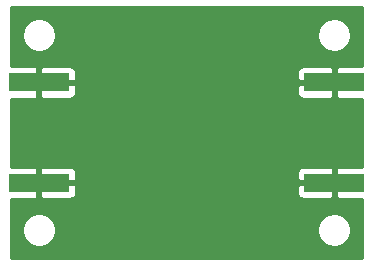
<source format=gbr>
G04 #@! TF.GenerationSoftware,KiCad,Pcbnew,(5.0.2)-1*
G04 #@! TF.CreationDate,2019-06-26T13:49:51+02:00*
G04 #@! TF.ProjectId,2.0,322e302e-6b69-4636-9164-5f7063625858,rev?*
G04 #@! TF.SameCoordinates,Original*
G04 #@! TF.FileFunction,Copper,L2,Bot*
G04 #@! TF.FilePolarity,Positive*
%FSLAX46Y46*%
G04 Gerber Fmt 4.6, Leading zero omitted, Abs format (unit mm)*
G04 Created by KiCad (PCBNEW (5.0.2)-1) date 06/26/19 13:49:51*
%MOMM*%
%LPD*%
G01*
G04 APERTURE LIST*
G04 #@! TA.AperFunction,SMDPad,CuDef*
%ADD10R,5.080000X1.500000*%
G04 #@! TD*
G04 #@! TA.AperFunction,ViaPad*
%ADD11C,0.800000*%
G04 #@! TD*
G04 #@! TA.AperFunction,Conductor*
%ADD12C,0.254000*%
G04 #@! TD*
G04 APERTURE END LIST*
D10*
G04 #@! TO.P,ENTRADA,2*
G04 #@! TO.N,Earth*
X112750000Y-92750000D03*
X112750000Y-101250000D03*
G04 #@! TD*
G04 #@! TO.P,SALIDA,2*
G04 #@! TO.N,Earth*
X137750000Y-92750000D03*
X137750000Y-101250000D03*
G04 #@! TD*
D11*
G04 #@! TO.N,Earth*
X123500000Y-107000000D03*
X134000000Y-107000000D03*
X120000000Y-107000000D03*
X130500000Y-107000000D03*
X127000000Y-107000000D03*
X116750000Y-107000000D03*
X116750000Y-101750000D03*
X127000000Y-101750000D03*
X123500000Y-101750000D03*
X134000000Y-101750000D03*
X120000000Y-101750000D03*
X130500000Y-101750000D03*
X118250000Y-104250000D03*
X125250000Y-104250000D03*
X132250000Y-104250000D03*
X121750000Y-104250000D03*
X128750000Y-104250000D03*
X121750000Y-89750000D03*
X132250000Y-89750000D03*
X128750000Y-89750000D03*
X125250000Y-89750000D03*
X118250000Y-89750000D03*
X116500000Y-87250000D03*
X120000000Y-87250000D03*
X123500000Y-87250000D03*
X127000000Y-87250000D03*
X130500000Y-87250000D03*
X134000000Y-87250000D03*
X134000000Y-92250000D03*
X130500000Y-92250000D03*
X127000000Y-92250000D03*
X123500000Y-92250000D03*
X120000000Y-92250000D03*
X116500000Y-92250000D03*
X135500000Y-104250000D03*
X115000000Y-104250000D03*
X135750000Y-89750000D03*
X114750000Y-89750000D03*
G04 #@! TD*
D12*
G04 #@! TO.N,Earth*
G36*
X140123000Y-91365000D02*
X138035750Y-91365000D01*
X137877000Y-91523750D01*
X137877000Y-92623000D01*
X137897000Y-92623000D01*
X137897000Y-92877000D01*
X137877000Y-92877000D01*
X137877000Y-93976250D01*
X138035750Y-94135000D01*
X140123000Y-94135000D01*
X140123001Y-99865000D01*
X138035750Y-99865000D01*
X137877000Y-100023750D01*
X137877000Y-101123000D01*
X137897000Y-101123000D01*
X137897000Y-101377000D01*
X137877000Y-101377000D01*
X137877000Y-102476250D01*
X138035750Y-102635000D01*
X140123001Y-102635000D01*
X140123001Y-107623000D01*
X110377000Y-107623000D01*
X110377000Y-105109453D01*
X111323000Y-105109453D01*
X111323000Y-105390547D01*
X111377838Y-105666241D01*
X111485409Y-105925938D01*
X111641576Y-106159660D01*
X111840340Y-106358424D01*
X112074062Y-106514591D01*
X112333759Y-106622162D01*
X112609453Y-106677000D01*
X112890547Y-106677000D01*
X113166241Y-106622162D01*
X113425938Y-106514591D01*
X113659660Y-106358424D01*
X113858424Y-106159660D01*
X114014591Y-105925938D01*
X114122162Y-105666241D01*
X114177000Y-105390547D01*
X114177000Y-105109453D01*
X136323000Y-105109453D01*
X136323000Y-105390547D01*
X136377838Y-105666241D01*
X136485409Y-105925938D01*
X136641576Y-106159660D01*
X136840340Y-106358424D01*
X137074062Y-106514591D01*
X137333759Y-106622162D01*
X137609453Y-106677000D01*
X137890547Y-106677000D01*
X138166241Y-106622162D01*
X138425938Y-106514591D01*
X138659660Y-106358424D01*
X138858424Y-106159660D01*
X139014591Y-105925938D01*
X139122162Y-105666241D01*
X139177000Y-105390547D01*
X139177000Y-105109453D01*
X139122162Y-104833759D01*
X139014591Y-104574062D01*
X138858424Y-104340340D01*
X138659660Y-104141576D01*
X138425938Y-103985409D01*
X138166241Y-103877838D01*
X137890547Y-103823000D01*
X137609453Y-103823000D01*
X137333759Y-103877838D01*
X137074062Y-103985409D01*
X136840340Y-104141576D01*
X136641576Y-104340340D01*
X136485409Y-104574062D01*
X136377838Y-104833759D01*
X136323000Y-105109453D01*
X114177000Y-105109453D01*
X114122162Y-104833759D01*
X114014591Y-104574062D01*
X113858424Y-104340340D01*
X113659660Y-104141576D01*
X113425938Y-103985409D01*
X113166241Y-103877838D01*
X112890547Y-103823000D01*
X112609453Y-103823000D01*
X112333759Y-103877838D01*
X112074062Y-103985409D01*
X111840340Y-104141576D01*
X111641576Y-104340340D01*
X111485409Y-104574062D01*
X111377838Y-104833759D01*
X111323000Y-105109453D01*
X110377000Y-105109453D01*
X110377000Y-102635000D01*
X112464250Y-102635000D01*
X112623000Y-102476250D01*
X112623000Y-101377000D01*
X112877000Y-101377000D01*
X112877000Y-102476250D01*
X113035750Y-102635000D01*
X115352542Y-102635000D01*
X115475223Y-102610597D01*
X115590785Y-102562730D01*
X115694789Y-102493237D01*
X115783237Y-102404789D01*
X115852730Y-102300785D01*
X115900597Y-102185223D01*
X115925000Y-102062542D01*
X115925000Y-101535750D01*
X134575000Y-101535750D01*
X134575000Y-102062542D01*
X134599403Y-102185223D01*
X134647270Y-102300785D01*
X134716763Y-102404789D01*
X134805211Y-102493237D01*
X134909215Y-102562730D01*
X135024777Y-102610597D01*
X135147458Y-102635000D01*
X137464250Y-102635000D01*
X137623000Y-102476250D01*
X137623000Y-101377000D01*
X134733750Y-101377000D01*
X134575000Y-101535750D01*
X115925000Y-101535750D01*
X115766250Y-101377000D01*
X112877000Y-101377000D01*
X112623000Y-101377000D01*
X112603000Y-101377000D01*
X112603000Y-101123000D01*
X112623000Y-101123000D01*
X112623000Y-100023750D01*
X112877000Y-100023750D01*
X112877000Y-101123000D01*
X115766250Y-101123000D01*
X115925000Y-100964250D01*
X115925000Y-100437458D01*
X134575000Y-100437458D01*
X134575000Y-100964250D01*
X134733750Y-101123000D01*
X137623000Y-101123000D01*
X137623000Y-100023750D01*
X137464250Y-99865000D01*
X135147458Y-99865000D01*
X135024777Y-99889403D01*
X134909215Y-99937270D01*
X134805211Y-100006763D01*
X134716763Y-100095211D01*
X134647270Y-100199215D01*
X134599403Y-100314777D01*
X134575000Y-100437458D01*
X115925000Y-100437458D01*
X115900597Y-100314777D01*
X115852730Y-100199215D01*
X115783237Y-100095211D01*
X115694789Y-100006763D01*
X115590785Y-99937270D01*
X115475223Y-99889403D01*
X115352542Y-99865000D01*
X113035750Y-99865000D01*
X112877000Y-100023750D01*
X112623000Y-100023750D01*
X112464250Y-99865000D01*
X110377000Y-99865000D01*
X110377000Y-94135000D01*
X112464250Y-94135000D01*
X112623000Y-93976250D01*
X112623000Y-92877000D01*
X112877000Y-92877000D01*
X112877000Y-93976250D01*
X113035750Y-94135000D01*
X115352542Y-94135000D01*
X115475223Y-94110597D01*
X115590785Y-94062730D01*
X115694789Y-93993237D01*
X115783237Y-93904789D01*
X115852730Y-93800785D01*
X115900597Y-93685223D01*
X115925000Y-93562542D01*
X115925000Y-93035750D01*
X134575000Y-93035750D01*
X134575000Y-93562542D01*
X134599403Y-93685223D01*
X134647270Y-93800785D01*
X134716763Y-93904789D01*
X134805211Y-93993237D01*
X134909215Y-94062730D01*
X135024777Y-94110597D01*
X135147458Y-94135000D01*
X137464250Y-94135000D01*
X137623000Y-93976250D01*
X137623000Y-92877000D01*
X134733750Y-92877000D01*
X134575000Y-93035750D01*
X115925000Y-93035750D01*
X115766250Y-92877000D01*
X112877000Y-92877000D01*
X112623000Y-92877000D01*
X112603000Y-92877000D01*
X112603000Y-92623000D01*
X112623000Y-92623000D01*
X112623000Y-91523750D01*
X112877000Y-91523750D01*
X112877000Y-92623000D01*
X115766250Y-92623000D01*
X115925000Y-92464250D01*
X115925000Y-91937458D01*
X134575000Y-91937458D01*
X134575000Y-92464250D01*
X134733750Y-92623000D01*
X137623000Y-92623000D01*
X137623000Y-91523750D01*
X137464250Y-91365000D01*
X135147458Y-91365000D01*
X135024777Y-91389403D01*
X134909215Y-91437270D01*
X134805211Y-91506763D01*
X134716763Y-91595211D01*
X134647270Y-91699215D01*
X134599403Y-91814777D01*
X134575000Y-91937458D01*
X115925000Y-91937458D01*
X115900597Y-91814777D01*
X115852730Y-91699215D01*
X115783237Y-91595211D01*
X115694789Y-91506763D01*
X115590785Y-91437270D01*
X115475223Y-91389403D01*
X115352542Y-91365000D01*
X113035750Y-91365000D01*
X112877000Y-91523750D01*
X112623000Y-91523750D01*
X112464250Y-91365000D01*
X110377000Y-91365000D01*
X110377000Y-88609453D01*
X111323000Y-88609453D01*
X111323000Y-88890547D01*
X111377838Y-89166241D01*
X111485409Y-89425938D01*
X111641576Y-89659660D01*
X111840340Y-89858424D01*
X112074062Y-90014591D01*
X112333759Y-90122162D01*
X112609453Y-90177000D01*
X112890547Y-90177000D01*
X113166241Y-90122162D01*
X113425938Y-90014591D01*
X113659660Y-89858424D01*
X113858424Y-89659660D01*
X114014591Y-89425938D01*
X114122162Y-89166241D01*
X114177000Y-88890547D01*
X114177000Y-88609453D01*
X136323000Y-88609453D01*
X136323000Y-88890547D01*
X136377838Y-89166241D01*
X136485409Y-89425938D01*
X136641576Y-89659660D01*
X136840340Y-89858424D01*
X137074062Y-90014591D01*
X137333759Y-90122162D01*
X137609453Y-90177000D01*
X137890547Y-90177000D01*
X138166241Y-90122162D01*
X138425938Y-90014591D01*
X138659660Y-89858424D01*
X138858424Y-89659660D01*
X139014591Y-89425938D01*
X139122162Y-89166241D01*
X139177000Y-88890547D01*
X139177000Y-88609453D01*
X139122162Y-88333759D01*
X139014591Y-88074062D01*
X138858424Y-87840340D01*
X138659660Y-87641576D01*
X138425938Y-87485409D01*
X138166241Y-87377838D01*
X137890547Y-87323000D01*
X137609453Y-87323000D01*
X137333759Y-87377838D01*
X137074062Y-87485409D01*
X136840340Y-87641576D01*
X136641576Y-87840340D01*
X136485409Y-88074062D01*
X136377838Y-88333759D01*
X136323000Y-88609453D01*
X114177000Y-88609453D01*
X114122162Y-88333759D01*
X114014591Y-88074062D01*
X113858424Y-87840340D01*
X113659660Y-87641576D01*
X113425938Y-87485409D01*
X113166241Y-87377838D01*
X112890547Y-87323000D01*
X112609453Y-87323000D01*
X112333759Y-87377838D01*
X112074062Y-87485409D01*
X111840340Y-87641576D01*
X111641576Y-87840340D01*
X111485409Y-88074062D01*
X111377838Y-88333759D01*
X111323000Y-88609453D01*
X110377000Y-88609453D01*
X110377000Y-86377000D01*
X140123000Y-86377000D01*
X140123000Y-91365000D01*
X140123000Y-91365000D01*
G37*
X140123000Y-91365000D02*
X138035750Y-91365000D01*
X137877000Y-91523750D01*
X137877000Y-92623000D01*
X137897000Y-92623000D01*
X137897000Y-92877000D01*
X137877000Y-92877000D01*
X137877000Y-93976250D01*
X138035750Y-94135000D01*
X140123000Y-94135000D01*
X140123001Y-99865000D01*
X138035750Y-99865000D01*
X137877000Y-100023750D01*
X137877000Y-101123000D01*
X137897000Y-101123000D01*
X137897000Y-101377000D01*
X137877000Y-101377000D01*
X137877000Y-102476250D01*
X138035750Y-102635000D01*
X140123001Y-102635000D01*
X140123001Y-107623000D01*
X110377000Y-107623000D01*
X110377000Y-105109453D01*
X111323000Y-105109453D01*
X111323000Y-105390547D01*
X111377838Y-105666241D01*
X111485409Y-105925938D01*
X111641576Y-106159660D01*
X111840340Y-106358424D01*
X112074062Y-106514591D01*
X112333759Y-106622162D01*
X112609453Y-106677000D01*
X112890547Y-106677000D01*
X113166241Y-106622162D01*
X113425938Y-106514591D01*
X113659660Y-106358424D01*
X113858424Y-106159660D01*
X114014591Y-105925938D01*
X114122162Y-105666241D01*
X114177000Y-105390547D01*
X114177000Y-105109453D01*
X136323000Y-105109453D01*
X136323000Y-105390547D01*
X136377838Y-105666241D01*
X136485409Y-105925938D01*
X136641576Y-106159660D01*
X136840340Y-106358424D01*
X137074062Y-106514591D01*
X137333759Y-106622162D01*
X137609453Y-106677000D01*
X137890547Y-106677000D01*
X138166241Y-106622162D01*
X138425938Y-106514591D01*
X138659660Y-106358424D01*
X138858424Y-106159660D01*
X139014591Y-105925938D01*
X139122162Y-105666241D01*
X139177000Y-105390547D01*
X139177000Y-105109453D01*
X139122162Y-104833759D01*
X139014591Y-104574062D01*
X138858424Y-104340340D01*
X138659660Y-104141576D01*
X138425938Y-103985409D01*
X138166241Y-103877838D01*
X137890547Y-103823000D01*
X137609453Y-103823000D01*
X137333759Y-103877838D01*
X137074062Y-103985409D01*
X136840340Y-104141576D01*
X136641576Y-104340340D01*
X136485409Y-104574062D01*
X136377838Y-104833759D01*
X136323000Y-105109453D01*
X114177000Y-105109453D01*
X114122162Y-104833759D01*
X114014591Y-104574062D01*
X113858424Y-104340340D01*
X113659660Y-104141576D01*
X113425938Y-103985409D01*
X113166241Y-103877838D01*
X112890547Y-103823000D01*
X112609453Y-103823000D01*
X112333759Y-103877838D01*
X112074062Y-103985409D01*
X111840340Y-104141576D01*
X111641576Y-104340340D01*
X111485409Y-104574062D01*
X111377838Y-104833759D01*
X111323000Y-105109453D01*
X110377000Y-105109453D01*
X110377000Y-102635000D01*
X112464250Y-102635000D01*
X112623000Y-102476250D01*
X112623000Y-101377000D01*
X112877000Y-101377000D01*
X112877000Y-102476250D01*
X113035750Y-102635000D01*
X115352542Y-102635000D01*
X115475223Y-102610597D01*
X115590785Y-102562730D01*
X115694789Y-102493237D01*
X115783237Y-102404789D01*
X115852730Y-102300785D01*
X115900597Y-102185223D01*
X115925000Y-102062542D01*
X115925000Y-101535750D01*
X134575000Y-101535750D01*
X134575000Y-102062542D01*
X134599403Y-102185223D01*
X134647270Y-102300785D01*
X134716763Y-102404789D01*
X134805211Y-102493237D01*
X134909215Y-102562730D01*
X135024777Y-102610597D01*
X135147458Y-102635000D01*
X137464250Y-102635000D01*
X137623000Y-102476250D01*
X137623000Y-101377000D01*
X134733750Y-101377000D01*
X134575000Y-101535750D01*
X115925000Y-101535750D01*
X115766250Y-101377000D01*
X112877000Y-101377000D01*
X112623000Y-101377000D01*
X112603000Y-101377000D01*
X112603000Y-101123000D01*
X112623000Y-101123000D01*
X112623000Y-100023750D01*
X112877000Y-100023750D01*
X112877000Y-101123000D01*
X115766250Y-101123000D01*
X115925000Y-100964250D01*
X115925000Y-100437458D01*
X134575000Y-100437458D01*
X134575000Y-100964250D01*
X134733750Y-101123000D01*
X137623000Y-101123000D01*
X137623000Y-100023750D01*
X137464250Y-99865000D01*
X135147458Y-99865000D01*
X135024777Y-99889403D01*
X134909215Y-99937270D01*
X134805211Y-100006763D01*
X134716763Y-100095211D01*
X134647270Y-100199215D01*
X134599403Y-100314777D01*
X134575000Y-100437458D01*
X115925000Y-100437458D01*
X115900597Y-100314777D01*
X115852730Y-100199215D01*
X115783237Y-100095211D01*
X115694789Y-100006763D01*
X115590785Y-99937270D01*
X115475223Y-99889403D01*
X115352542Y-99865000D01*
X113035750Y-99865000D01*
X112877000Y-100023750D01*
X112623000Y-100023750D01*
X112464250Y-99865000D01*
X110377000Y-99865000D01*
X110377000Y-94135000D01*
X112464250Y-94135000D01*
X112623000Y-93976250D01*
X112623000Y-92877000D01*
X112877000Y-92877000D01*
X112877000Y-93976250D01*
X113035750Y-94135000D01*
X115352542Y-94135000D01*
X115475223Y-94110597D01*
X115590785Y-94062730D01*
X115694789Y-93993237D01*
X115783237Y-93904789D01*
X115852730Y-93800785D01*
X115900597Y-93685223D01*
X115925000Y-93562542D01*
X115925000Y-93035750D01*
X134575000Y-93035750D01*
X134575000Y-93562542D01*
X134599403Y-93685223D01*
X134647270Y-93800785D01*
X134716763Y-93904789D01*
X134805211Y-93993237D01*
X134909215Y-94062730D01*
X135024777Y-94110597D01*
X135147458Y-94135000D01*
X137464250Y-94135000D01*
X137623000Y-93976250D01*
X137623000Y-92877000D01*
X134733750Y-92877000D01*
X134575000Y-93035750D01*
X115925000Y-93035750D01*
X115766250Y-92877000D01*
X112877000Y-92877000D01*
X112623000Y-92877000D01*
X112603000Y-92877000D01*
X112603000Y-92623000D01*
X112623000Y-92623000D01*
X112623000Y-91523750D01*
X112877000Y-91523750D01*
X112877000Y-92623000D01*
X115766250Y-92623000D01*
X115925000Y-92464250D01*
X115925000Y-91937458D01*
X134575000Y-91937458D01*
X134575000Y-92464250D01*
X134733750Y-92623000D01*
X137623000Y-92623000D01*
X137623000Y-91523750D01*
X137464250Y-91365000D01*
X135147458Y-91365000D01*
X135024777Y-91389403D01*
X134909215Y-91437270D01*
X134805211Y-91506763D01*
X134716763Y-91595211D01*
X134647270Y-91699215D01*
X134599403Y-91814777D01*
X134575000Y-91937458D01*
X115925000Y-91937458D01*
X115900597Y-91814777D01*
X115852730Y-91699215D01*
X115783237Y-91595211D01*
X115694789Y-91506763D01*
X115590785Y-91437270D01*
X115475223Y-91389403D01*
X115352542Y-91365000D01*
X113035750Y-91365000D01*
X112877000Y-91523750D01*
X112623000Y-91523750D01*
X112464250Y-91365000D01*
X110377000Y-91365000D01*
X110377000Y-88609453D01*
X111323000Y-88609453D01*
X111323000Y-88890547D01*
X111377838Y-89166241D01*
X111485409Y-89425938D01*
X111641576Y-89659660D01*
X111840340Y-89858424D01*
X112074062Y-90014591D01*
X112333759Y-90122162D01*
X112609453Y-90177000D01*
X112890547Y-90177000D01*
X113166241Y-90122162D01*
X113425938Y-90014591D01*
X113659660Y-89858424D01*
X113858424Y-89659660D01*
X114014591Y-89425938D01*
X114122162Y-89166241D01*
X114177000Y-88890547D01*
X114177000Y-88609453D01*
X136323000Y-88609453D01*
X136323000Y-88890547D01*
X136377838Y-89166241D01*
X136485409Y-89425938D01*
X136641576Y-89659660D01*
X136840340Y-89858424D01*
X137074062Y-90014591D01*
X137333759Y-90122162D01*
X137609453Y-90177000D01*
X137890547Y-90177000D01*
X138166241Y-90122162D01*
X138425938Y-90014591D01*
X138659660Y-89858424D01*
X138858424Y-89659660D01*
X139014591Y-89425938D01*
X139122162Y-89166241D01*
X139177000Y-88890547D01*
X139177000Y-88609453D01*
X139122162Y-88333759D01*
X139014591Y-88074062D01*
X138858424Y-87840340D01*
X138659660Y-87641576D01*
X138425938Y-87485409D01*
X138166241Y-87377838D01*
X137890547Y-87323000D01*
X137609453Y-87323000D01*
X137333759Y-87377838D01*
X137074062Y-87485409D01*
X136840340Y-87641576D01*
X136641576Y-87840340D01*
X136485409Y-88074062D01*
X136377838Y-88333759D01*
X136323000Y-88609453D01*
X114177000Y-88609453D01*
X114122162Y-88333759D01*
X114014591Y-88074062D01*
X113858424Y-87840340D01*
X113659660Y-87641576D01*
X113425938Y-87485409D01*
X113166241Y-87377838D01*
X112890547Y-87323000D01*
X112609453Y-87323000D01*
X112333759Y-87377838D01*
X112074062Y-87485409D01*
X111840340Y-87641576D01*
X111641576Y-87840340D01*
X111485409Y-88074062D01*
X111377838Y-88333759D01*
X111323000Y-88609453D01*
X110377000Y-88609453D01*
X110377000Y-86377000D01*
X140123000Y-86377000D01*
X140123000Y-91365000D01*
G04 #@! TD*
M02*

</source>
